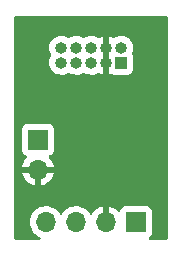
<source format=gbr>
%TF.GenerationSoftware,KiCad,Pcbnew,(6.0.4-0)*%
%TF.CreationDate,2022-10-31T16:38:17+09:00*%
%TF.ProjectId,pm2008-adapter-board,706d3230-3038-42d6-9164-61707465722d,V01*%
%TF.SameCoordinates,Original*%
%TF.FileFunction,Copper,L2,Bot*%
%TF.FilePolarity,Positive*%
%FSLAX46Y46*%
G04 Gerber Fmt 4.6, Leading zero omitted, Abs format (unit mm)*
G04 Created by KiCad (PCBNEW (6.0.4-0)) date 2022-10-31 16:38:17*
%MOMM*%
%LPD*%
G01*
G04 APERTURE LIST*
%TA.AperFunction,ComponentPad*%
%ADD10R,1.000000X1.000000*%
%TD*%
%TA.AperFunction,ComponentPad*%
%ADD11O,1.000000X1.000000*%
%TD*%
%TA.AperFunction,ComponentPad*%
%ADD12R,1.700000X1.700000*%
%TD*%
%TA.AperFunction,ComponentPad*%
%ADD13O,1.700000X1.700000*%
%TD*%
G04 APERTURE END LIST*
D10*
%TO.P,J1,1,Pin_1*%
%TO.N,VDD*%
X149550000Y-94500000D03*
D11*
%TO.P,J1,2,Pin_2*%
X149550000Y-93230000D03*
%TO.P,J1,3,Pin_3*%
%TO.N,Earth*%
X148280000Y-94500000D03*
%TO.P,J1,4,Pin_4*%
X148280000Y-93230000D03*
%TO.P,J1,5,Pin_5*%
%TO.N,unconnected-(J1-Pad5)*%
X147010000Y-94500000D03*
%TO.P,J1,6,Pin_6*%
%TO.N,unconnected-(J1-Pad6)*%
X147010000Y-93230000D03*
%TO.P,J1,7,Pin_7*%
%TO.N,/RXD{slash}SDA*%
X145740000Y-94500000D03*
%TO.P,J1,8,Pin_8*%
%TO.N,/CTL*%
X145740000Y-93230000D03*
%TO.P,J1,9,Pin_9*%
%TO.N,/TXD{slash}SCL*%
X144470000Y-94500000D03*
%TO.P,J1,10,Pin_10*%
%TO.N,unconnected-(J1-Pad10)*%
X144470000Y-93230000D03*
%TD*%
D12*
%TO.P,J3,1,Pin_1*%
%TO.N,/CTL*%
X142500000Y-101000000D03*
D13*
%TO.P,J3,2,Pin_2*%
%TO.N,Earth*%
X142500000Y-103540000D03*
%TD*%
D12*
%TO.P,J2,1,Pin_1*%
%TO.N,VDD*%
X150800000Y-108000000D03*
D13*
%TO.P,J2,2,Pin_2*%
%TO.N,Earth*%
X148260000Y-108000000D03*
%TO.P,J2,3,Pin_3*%
%TO.N,/RXD{slash}SDA*%
X145720000Y-108000000D03*
%TO.P,J2,4,Pin_4*%
%TO.N,/TXD{slash}SCL*%
X143180000Y-108000000D03*
%TD*%
%TA.AperFunction,Conductor*%
%TO.N,Earth*%
G36*
X153433621Y-90528502D02*
G01*
X153480114Y-90582158D01*
X153491500Y-90634500D01*
X153491500Y-109365500D01*
X153471498Y-109433621D01*
X153417842Y-109480114D01*
X153365500Y-109491500D01*
X152020226Y-109491500D01*
X151952105Y-109471498D01*
X151905612Y-109417842D01*
X151895508Y-109347568D01*
X151925002Y-109282988D01*
X151944661Y-109264674D01*
X152006080Y-109218643D01*
X152006081Y-109218642D01*
X152013261Y-109213261D01*
X152100615Y-109096705D01*
X152151745Y-108960316D01*
X152158500Y-108898134D01*
X152158500Y-107101866D01*
X152151745Y-107039684D01*
X152100615Y-106903295D01*
X152013261Y-106786739D01*
X151896705Y-106699385D01*
X151760316Y-106648255D01*
X151698134Y-106641500D01*
X149901866Y-106641500D01*
X149839684Y-106648255D01*
X149703295Y-106699385D01*
X149586739Y-106786739D01*
X149499385Y-106903295D01*
X149496233Y-106911703D01*
X149496232Y-106911705D01*
X149454722Y-107022433D01*
X149412081Y-107079198D01*
X149345519Y-107103898D01*
X149276170Y-107088691D01*
X149243546Y-107063004D01*
X149192799Y-107007234D01*
X149185273Y-107000215D01*
X149018139Y-106868222D01*
X149009552Y-106862517D01*
X148823117Y-106759599D01*
X148813705Y-106755369D01*
X148612959Y-106684280D01*
X148602988Y-106681646D01*
X148531837Y-106668972D01*
X148518540Y-106670432D01*
X148514000Y-106684989D01*
X148514000Y-108128000D01*
X148493998Y-108196121D01*
X148440342Y-108242614D01*
X148388000Y-108254000D01*
X148132000Y-108254000D01*
X148063879Y-108233998D01*
X148017386Y-108180342D01*
X148006000Y-108128000D01*
X148006000Y-106683102D01*
X148002082Y-106669758D01*
X147987806Y-106667771D01*
X147949324Y-106673660D01*
X147939288Y-106676051D01*
X147736868Y-106742212D01*
X147727359Y-106746209D01*
X147538463Y-106844542D01*
X147529738Y-106850036D01*
X147359433Y-106977905D01*
X147351726Y-106984748D01*
X147204590Y-107138717D01*
X147198109Y-107146722D01*
X147093498Y-107300074D01*
X147038587Y-107345076D01*
X146968062Y-107353247D01*
X146904315Y-107321993D01*
X146883618Y-107297509D01*
X146802822Y-107172617D01*
X146802820Y-107172614D01*
X146800014Y-107168277D01*
X146649670Y-107003051D01*
X146645619Y-106999852D01*
X146645615Y-106999848D01*
X146478414Y-106867800D01*
X146478410Y-106867798D01*
X146474359Y-106864598D01*
X146438028Y-106844542D01*
X146422136Y-106835769D01*
X146278789Y-106756638D01*
X146273920Y-106754914D01*
X146273916Y-106754912D01*
X146073087Y-106683795D01*
X146073083Y-106683794D01*
X146068212Y-106682069D01*
X146063119Y-106681162D01*
X146063116Y-106681161D01*
X145853373Y-106643800D01*
X145853367Y-106643799D01*
X145848284Y-106642894D01*
X145774452Y-106641992D01*
X145630081Y-106640228D01*
X145630079Y-106640228D01*
X145624911Y-106640165D01*
X145404091Y-106673955D01*
X145191756Y-106743357D01*
X144993607Y-106846507D01*
X144989474Y-106849610D01*
X144989471Y-106849612D01*
X144906771Y-106911705D01*
X144814965Y-106980635D01*
X144660629Y-107142138D01*
X144553201Y-107299621D01*
X144498293Y-107344621D01*
X144427768Y-107352792D01*
X144364021Y-107321538D01*
X144343324Y-107297054D01*
X144262822Y-107172617D01*
X144262820Y-107172614D01*
X144260014Y-107168277D01*
X144109670Y-107003051D01*
X144105619Y-106999852D01*
X144105615Y-106999848D01*
X143938414Y-106867800D01*
X143938410Y-106867798D01*
X143934359Y-106864598D01*
X143898028Y-106844542D01*
X143882136Y-106835769D01*
X143738789Y-106756638D01*
X143733920Y-106754914D01*
X143733916Y-106754912D01*
X143533087Y-106683795D01*
X143533083Y-106683794D01*
X143528212Y-106682069D01*
X143523119Y-106681162D01*
X143523116Y-106681161D01*
X143313373Y-106643800D01*
X143313367Y-106643799D01*
X143308284Y-106642894D01*
X143234452Y-106641992D01*
X143090081Y-106640228D01*
X143090079Y-106640228D01*
X143084911Y-106640165D01*
X142864091Y-106673955D01*
X142651756Y-106743357D01*
X142453607Y-106846507D01*
X142449474Y-106849610D01*
X142449471Y-106849612D01*
X142366771Y-106911705D01*
X142274965Y-106980635D01*
X142120629Y-107142138D01*
X141994743Y-107326680D01*
X141900688Y-107529305D01*
X141840989Y-107744570D01*
X141817251Y-107966695D01*
X141830110Y-108189715D01*
X141831247Y-108194761D01*
X141831248Y-108194767D01*
X141842031Y-108242614D01*
X141879222Y-108407639D01*
X141963266Y-108614616D01*
X142014942Y-108698944D01*
X142077291Y-108800688D01*
X142079987Y-108805088D01*
X142226250Y-108973938D01*
X142398126Y-109116632D01*
X142591000Y-109229338D01*
X142595825Y-109231180D01*
X142595826Y-109231181D01*
X142639321Y-109247790D01*
X142695824Y-109290778D01*
X142720117Y-109357489D01*
X142704487Y-109426743D01*
X142653896Y-109476554D01*
X142594372Y-109491500D01*
X140634500Y-109491500D01*
X140566379Y-109471498D01*
X140519886Y-109417842D01*
X140508500Y-109365500D01*
X140508500Y-103807966D01*
X141168257Y-103807966D01*
X141198565Y-103942446D01*
X141201645Y-103952275D01*
X141281770Y-104149603D01*
X141286413Y-104158794D01*
X141397694Y-104340388D01*
X141403777Y-104348699D01*
X141543213Y-104509667D01*
X141550580Y-104516883D01*
X141714434Y-104652916D01*
X141722881Y-104658831D01*
X141906756Y-104766279D01*
X141916042Y-104770729D01*
X142115001Y-104846703D01*
X142124899Y-104849579D01*
X142228250Y-104870606D01*
X142242299Y-104869410D01*
X142246000Y-104859065D01*
X142246000Y-104858517D01*
X142754000Y-104858517D01*
X142758064Y-104872359D01*
X142771478Y-104874393D01*
X142778184Y-104873534D01*
X142788262Y-104871392D01*
X142992255Y-104810191D01*
X143001842Y-104806433D01*
X143193095Y-104712739D01*
X143201945Y-104707464D01*
X143375328Y-104583792D01*
X143383200Y-104577139D01*
X143534052Y-104426812D01*
X143540730Y-104418965D01*
X143665003Y-104246020D01*
X143670313Y-104237183D01*
X143764670Y-104046267D01*
X143768469Y-104036672D01*
X143830377Y-103832910D01*
X143832555Y-103822837D01*
X143833986Y-103811962D01*
X143831775Y-103797778D01*
X143818617Y-103794000D01*
X142772115Y-103794000D01*
X142756876Y-103798475D01*
X142755671Y-103799865D01*
X142754000Y-103807548D01*
X142754000Y-104858517D01*
X142246000Y-104858517D01*
X142246000Y-103812115D01*
X142241525Y-103796876D01*
X142240135Y-103795671D01*
X142232452Y-103794000D01*
X141183225Y-103794000D01*
X141169694Y-103797973D01*
X141168257Y-103807966D01*
X140508500Y-103807966D01*
X140508500Y-101898134D01*
X141141500Y-101898134D01*
X141148255Y-101960316D01*
X141199385Y-102096705D01*
X141286739Y-102213261D01*
X141403295Y-102300615D01*
X141411704Y-102303767D01*
X141411705Y-102303768D01*
X141520960Y-102344726D01*
X141577725Y-102387367D01*
X141602425Y-102453929D01*
X141587218Y-102523278D01*
X141567825Y-102549759D01*
X141444590Y-102678717D01*
X141438104Y-102686727D01*
X141318098Y-102862649D01*
X141313000Y-102871623D01*
X141223338Y-103064783D01*
X141219775Y-103074470D01*
X141164389Y-103274183D01*
X141165912Y-103282607D01*
X141178292Y-103286000D01*
X143818344Y-103286000D01*
X143831875Y-103282027D01*
X143833180Y-103272947D01*
X143791214Y-103105875D01*
X143787894Y-103096124D01*
X143702972Y-102900814D01*
X143698105Y-102891739D01*
X143582426Y-102712926D01*
X143576136Y-102704757D01*
X143432293Y-102546677D01*
X143401241Y-102482831D01*
X143409635Y-102412333D01*
X143454812Y-102357564D01*
X143481256Y-102343895D01*
X143588297Y-102303767D01*
X143596705Y-102300615D01*
X143713261Y-102213261D01*
X143800615Y-102096705D01*
X143851745Y-101960316D01*
X143858500Y-101898134D01*
X143858500Y-100101866D01*
X143851745Y-100039684D01*
X143800615Y-99903295D01*
X143713261Y-99786739D01*
X143596705Y-99699385D01*
X143460316Y-99648255D01*
X143398134Y-99641500D01*
X141601866Y-99641500D01*
X141539684Y-99648255D01*
X141403295Y-99699385D01*
X141286739Y-99786739D01*
X141199385Y-99903295D01*
X141148255Y-100039684D01*
X141141500Y-100101866D01*
X141141500Y-101898134D01*
X140508500Y-101898134D01*
X140508500Y-94485851D01*
X143456719Y-94485851D01*
X143473268Y-94682934D01*
X143527783Y-94873050D01*
X143618187Y-95048956D01*
X143741035Y-95203953D01*
X143745728Y-95207947D01*
X143745729Y-95207948D01*
X143876051Y-95318860D01*
X143891650Y-95332136D01*
X144064294Y-95428624D01*
X144252392Y-95489740D01*
X144448777Y-95513158D01*
X144454912Y-95512686D01*
X144454914Y-95512686D01*
X144639830Y-95498457D01*
X144639834Y-95498456D01*
X144645972Y-95497984D01*
X144836463Y-95444798D01*
X144841967Y-95442018D01*
X144841969Y-95442017D01*
X145007493Y-95358405D01*
X145007495Y-95358404D01*
X145012996Y-95355625D01*
X145017850Y-95351833D01*
X145017859Y-95351827D01*
X145026548Y-95345038D01*
X145092542Y-95318860D01*
X145165592Y-95334339D01*
X145334294Y-95428624D01*
X145522392Y-95489740D01*
X145718777Y-95513158D01*
X145724912Y-95512686D01*
X145724914Y-95512686D01*
X145909830Y-95498457D01*
X145909834Y-95498456D01*
X145915972Y-95497984D01*
X146106463Y-95444798D01*
X146111967Y-95442018D01*
X146111969Y-95442017D01*
X146277493Y-95358405D01*
X146277495Y-95358404D01*
X146282996Y-95355625D01*
X146287850Y-95351833D01*
X146287859Y-95351827D01*
X146296548Y-95345038D01*
X146362542Y-95318860D01*
X146435592Y-95334339D01*
X146604294Y-95428624D01*
X146792392Y-95489740D01*
X146988777Y-95513158D01*
X146994912Y-95512686D01*
X146994914Y-95512686D01*
X147179830Y-95498457D01*
X147179834Y-95498456D01*
X147185972Y-95497984D01*
X147376463Y-95444798D01*
X147381967Y-95442018D01*
X147381969Y-95442017D01*
X147547493Y-95358405D01*
X147547495Y-95358404D01*
X147552996Y-95355625D01*
X147557858Y-95351827D01*
X147566973Y-95344705D01*
X147632967Y-95318525D01*
X147706020Y-95334004D01*
X147869121Y-95425159D01*
X147880356Y-95430067D01*
X148008768Y-95471790D01*
X148022867Y-95472193D01*
X148026000Y-95465821D01*
X148026000Y-95457564D01*
X148534000Y-95457564D01*
X148537973Y-95471095D01*
X148546188Y-95472276D01*
X148640345Y-95445986D01*
X148651778Y-95441552D01*
X148665266Y-95434739D01*
X148735089Y-95421879D01*
X148787441Y-95442381D01*
X148788240Y-95440921D01*
X148796108Y-95445229D01*
X148803295Y-95450615D01*
X148939684Y-95501745D01*
X149001866Y-95508500D01*
X150098134Y-95508500D01*
X150160316Y-95501745D01*
X150296705Y-95450615D01*
X150413261Y-95363261D01*
X150500615Y-95246705D01*
X150551745Y-95110316D01*
X150558500Y-95048134D01*
X150558500Y-93951866D01*
X150551745Y-93889684D01*
X150500615Y-93753295D01*
X150495229Y-93746109D01*
X150490921Y-93738240D01*
X150492942Y-93737133D01*
X150472506Y-93682443D01*
X150478621Y-93633606D01*
X150536250Y-93460365D01*
X150538197Y-93454513D01*
X150562985Y-93258295D01*
X150563380Y-93230000D01*
X150544080Y-93033167D01*
X150486916Y-92843831D01*
X150394066Y-92669204D01*
X150323709Y-92582938D01*
X150272960Y-92520713D01*
X150272957Y-92520710D01*
X150269065Y-92515938D01*
X150262724Y-92510692D01*
X150121425Y-92393799D01*
X150121421Y-92393797D01*
X150116675Y-92389870D01*
X149942701Y-92295802D01*
X149753768Y-92237318D01*
X149747643Y-92236674D01*
X149747642Y-92236674D01*
X149563204Y-92217289D01*
X149563202Y-92217289D01*
X149557075Y-92216645D01*
X149474576Y-92224153D01*
X149366251Y-92234011D01*
X149366248Y-92234012D01*
X149360112Y-92234570D01*
X149354206Y-92236308D01*
X149354202Y-92236309D01*
X149277954Y-92258750D01*
X149170381Y-92290410D01*
X149164923Y-92293263D01*
X149164919Y-92293265D01*
X149069135Y-92343340D01*
X148995110Y-92382040D01*
X148990310Y-92385900D01*
X148985153Y-92389274D01*
X148983849Y-92387281D01*
X148927977Y-92410354D01*
X148858122Y-92397674D01*
X148844186Y-92389522D01*
X148840980Y-92387360D01*
X148677924Y-92299196D01*
X148666619Y-92294444D01*
X148551308Y-92258750D01*
X148537205Y-92258544D01*
X148534000Y-92265299D01*
X148534000Y-95457564D01*
X148026000Y-95457564D01*
X148026000Y-92272076D01*
X148022027Y-92258545D01*
X148014232Y-92257425D01*
X147906479Y-92289138D01*
X147895111Y-92293731D01*
X147730846Y-92379607D01*
X147715426Y-92389697D01*
X147714003Y-92387522D01*
X147658864Y-92410314D01*
X147589005Y-92397657D01*
X147579055Y-92391839D01*
X147576675Y-92389870D01*
X147402701Y-92295802D01*
X147213768Y-92237318D01*
X147207643Y-92236674D01*
X147207642Y-92236674D01*
X147023204Y-92217289D01*
X147023202Y-92217289D01*
X147017075Y-92216645D01*
X146934576Y-92224153D01*
X146826251Y-92234011D01*
X146826248Y-92234012D01*
X146820112Y-92234570D01*
X146814206Y-92236308D01*
X146814202Y-92236309D01*
X146737954Y-92258750D01*
X146630381Y-92290410D01*
X146624923Y-92293263D01*
X146624919Y-92293265D01*
X146529135Y-92343340D01*
X146455110Y-92382040D01*
X146450310Y-92385900D01*
X146445153Y-92389274D01*
X146443769Y-92387158D01*
X146388365Y-92410027D01*
X146318512Y-92397334D01*
X146308898Y-92391709D01*
X146306675Y-92389870D01*
X146132701Y-92295802D01*
X145943768Y-92237318D01*
X145937643Y-92236674D01*
X145937642Y-92236674D01*
X145753204Y-92217289D01*
X145753202Y-92217289D01*
X145747075Y-92216645D01*
X145664576Y-92224153D01*
X145556251Y-92234011D01*
X145556248Y-92234012D01*
X145550112Y-92234570D01*
X145544206Y-92236308D01*
X145544202Y-92236309D01*
X145467954Y-92258750D01*
X145360381Y-92290410D01*
X145354923Y-92293263D01*
X145354919Y-92293265D01*
X145259135Y-92343340D01*
X145185110Y-92382040D01*
X145180310Y-92385900D01*
X145175153Y-92389274D01*
X145173769Y-92387158D01*
X145118365Y-92410027D01*
X145048512Y-92397334D01*
X145038898Y-92391709D01*
X145036675Y-92389870D01*
X144862701Y-92295802D01*
X144673768Y-92237318D01*
X144667643Y-92236674D01*
X144667642Y-92236674D01*
X144483204Y-92217289D01*
X144483202Y-92217289D01*
X144477075Y-92216645D01*
X144394576Y-92224153D01*
X144286251Y-92234011D01*
X144286248Y-92234012D01*
X144280112Y-92234570D01*
X144274206Y-92236308D01*
X144274202Y-92236309D01*
X144197954Y-92258750D01*
X144090381Y-92290410D01*
X144084923Y-92293263D01*
X144084919Y-92293265D01*
X143994147Y-92340720D01*
X143915110Y-92382040D01*
X143760975Y-92505968D01*
X143633846Y-92657474D01*
X143630879Y-92662872D01*
X143630875Y-92662877D01*
X143627397Y-92669204D01*
X143538567Y-92830787D01*
X143536706Y-92836654D01*
X143536705Y-92836656D01*
X143480627Y-93013436D01*
X143478765Y-93019306D01*
X143456719Y-93215851D01*
X143473268Y-93412934D01*
X143527783Y-93603050D01*
X143618187Y-93778956D01*
X143622016Y-93783787D01*
X143623839Y-93786088D01*
X143624414Y-93787509D01*
X143625353Y-93788966D01*
X143625076Y-93789144D01*
X143650474Y-93851898D01*
X143637301Y-93921662D01*
X143633846Y-93927474D01*
X143538567Y-94100787D01*
X143478765Y-94289306D01*
X143456719Y-94485851D01*
X140508500Y-94485851D01*
X140508500Y-90634500D01*
X140528502Y-90566379D01*
X140582158Y-90519886D01*
X140634500Y-90508500D01*
X153365500Y-90508500D01*
X153433621Y-90528502D01*
G37*
%TD.AperFunction*%
%TD*%
M02*

</source>
